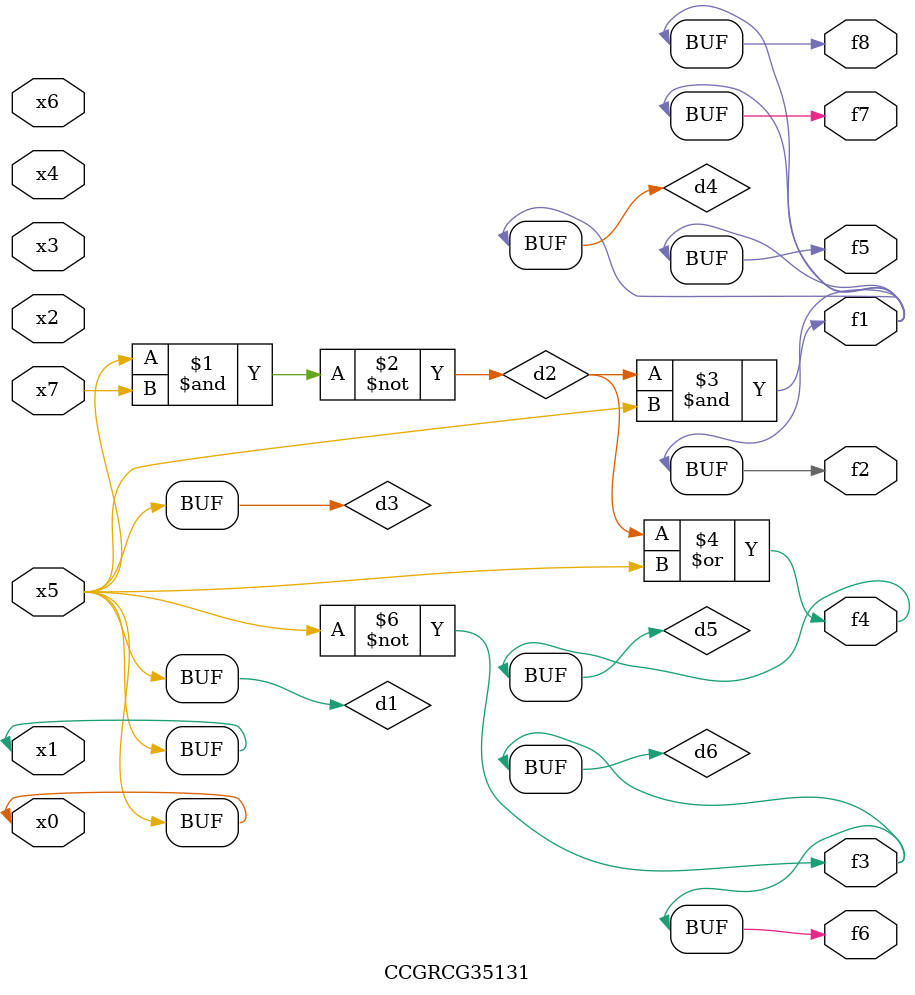
<source format=v>
module CCGRCG35131(
	input x0, x1, x2, x3, x4, x5, x6, x7,
	output f1, f2, f3, f4, f5, f6, f7, f8
);

	wire d1, d2, d3, d4, d5, d6;

	buf (d1, x0, x5);
	nand (d2, x5, x7);
	buf (d3, x0, x1);
	and (d4, d2, d3);
	or (d5, d2, d3);
	nor (d6, d1, d3);
	assign f1 = d4;
	assign f2 = d4;
	assign f3 = d6;
	assign f4 = d5;
	assign f5 = d4;
	assign f6 = d6;
	assign f7 = d4;
	assign f8 = d4;
endmodule

</source>
